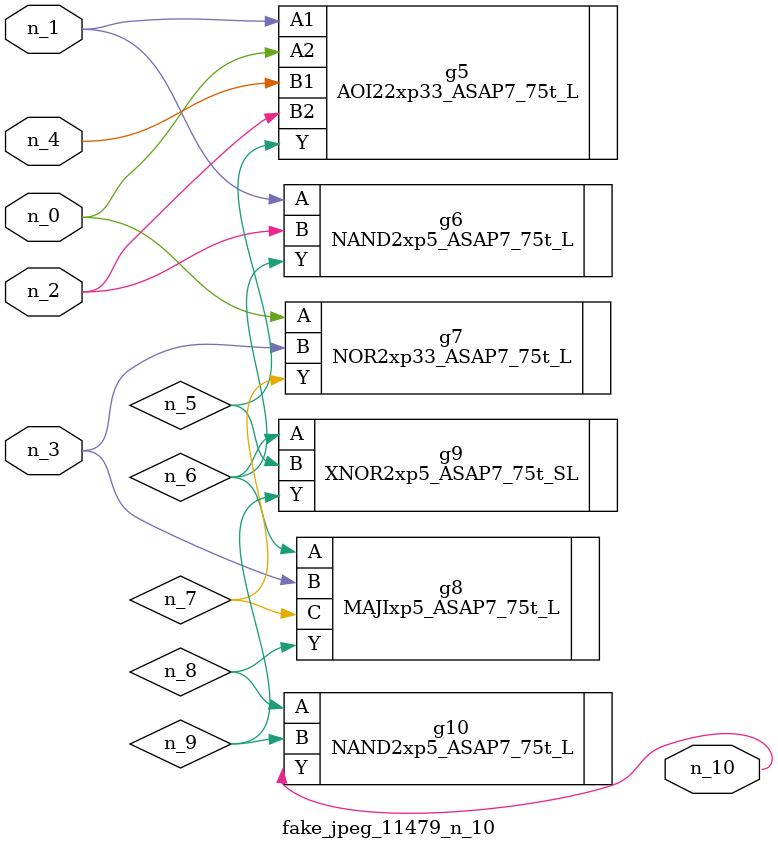
<source format=v>
module fake_jpeg_11479_n_10 (n_3, n_2, n_1, n_0, n_4, n_10);

input n_3;
input n_2;
input n_1;
input n_0;
input n_4;

output n_10;

wire n_8;
wire n_9;
wire n_6;
wire n_5;
wire n_7;

AOI22xp33_ASAP7_75t_L g5 ( 
.A1(n_1),
.A2(n_0),
.B1(n_4),
.B2(n_2),
.Y(n_5)
);

NAND2xp5_ASAP7_75t_L g6 ( 
.A(n_1),
.B(n_2),
.Y(n_6)
);

NOR2xp33_ASAP7_75t_L g7 ( 
.A(n_0),
.B(n_3),
.Y(n_7)
);

MAJIxp5_ASAP7_75t_L g8 ( 
.A(n_6),
.B(n_3),
.C(n_7),
.Y(n_8)
);

NAND2xp5_ASAP7_75t_L g10 ( 
.A(n_8),
.B(n_9),
.Y(n_10)
);

XNOR2xp5_ASAP7_75t_SL g9 ( 
.A(n_6),
.B(n_5),
.Y(n_9)
);


endmodule
</source>
